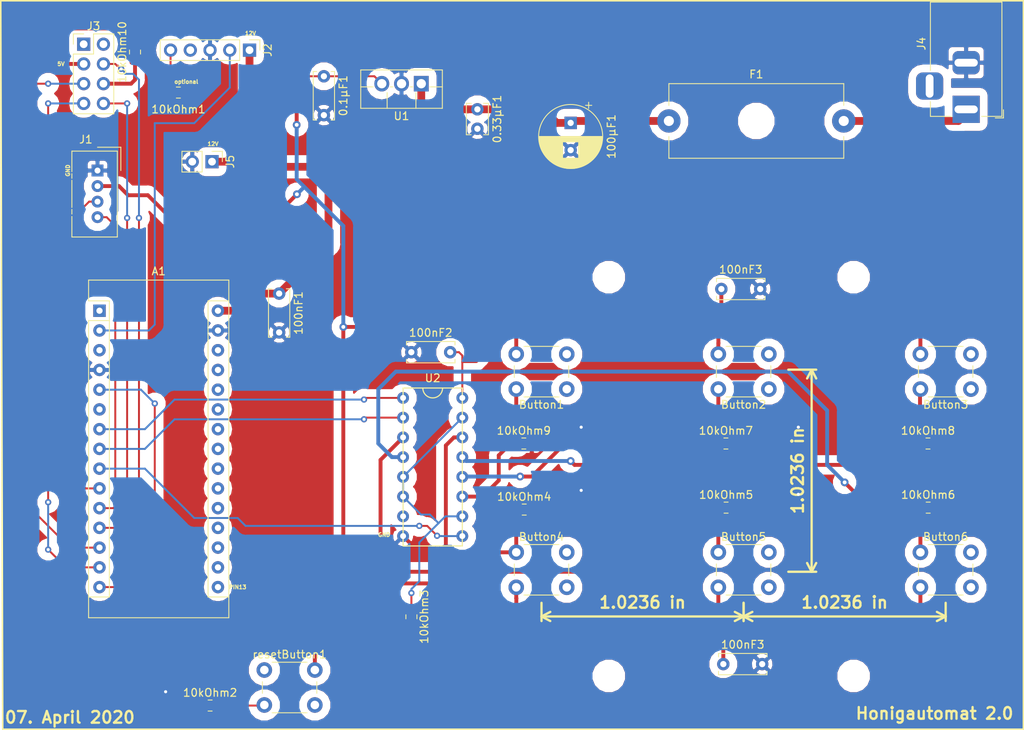
<source format=kicad_pcb>
(kicad_pcb (version 20171130) (host pcbnew "(5.0.2)-1")
  (layers (0 F.Cu signal) (31 B.Cu signal) (34 B.Paste user) (35 F.Paste user) (36 B.SilkS user) (37 F.SilkS user) (38 B.Mask user) (39 F.Mask user) (44 Edge.Cuts user))
  (net 0 "")
  (net 1 GND)
  (net 2 +5V)
  (net 3 +12V)
  (net 4 "Net-(10kOhm1-Pad2)")
  (net 5 "Net-(10kOhm2-Pad2)")
  (net 6 "Net-(10kOhm3-Pad1)")
  (net 7 "Net-(10kOhm4-Pad1)")
  (net 8 "Net-(10kOhm5-Pad1)")
  (net 9 "Net-(10kOhm6-Pad1)")
  (net 10 "Net-(10kOhm7-Pad1)")
  (net 11 "Net-(10kOhm8-Pad1)")
  (net 12 "Net-(10kOhm9-Pad1)")
  (net 13 "Net-(A1-Pad1)")
  (net 14 "Net-(A1-Pad17)")
  (net 15 "Net-(A1-Pad18)")
  (net 16 "Net-(A1-Pad3)")
  (net 17 "Net-(A1-Pad19)")
  (net 18 "Net-(A1-Pad20)")
  (net 19 "Net-(A1-Pad21)")
  (net 20 "Net-(A1-Pad22)")
  (net 21 "Net-(A1-Pad23)")
  (net 22 "Net-(A1-Pad24)")
  (net 23 "Net-(A1-Pad25)")
  (net 24 "Net-(A1-Pad26)")
  (net 25 "Net-(A1-Pad27)")
  (net 26 "Net-(A1-Pad28)")
  (net 27 "Net-(J2-Pad4)")
  (net 28 "Net-(U2-Pad7)")
  (net 29 /12VFused)
  (net 30 /doorRCLK)
  (net 31 "Net-(10kOhm10-Pad1)")
  (net 32 /CoinSerial)
  (net 33 "Net-(A1-Pad6)")
  (net 34 /PISO_SL)
  (net 35 /PISOClock)
  (net 36 /PISOOutput)
  (net 37 /segmentSignal)
  (net 38 /segmentClock)
  (net 39 /doorSER)
  (net 40 /doorSRCLK)
  (net 41 /doorOE)
  (net 42 "Net-(A1-Pad16)")
  (net 43 "Net-(J3-Pad1)")
  (net 44 "Net-(J3-Pad2)")
  (module Connector_PinHeader_2.54mm:PinHeader_2x04_P2.54mm_Vertical (layer F.Cu) (at 69.596 39.624)
    (fp_text reference J3 (at 1.27 -2.33) (layer F.SilkS))
    (fp_text value ConnToDoors)
    (pad 8 thru_hole oval (at 2.54 7.62) (size 1.7 1.7) (drill 1) (layers *.Cu *.Mask) (net 39 /doorSER))
    (pad 7 thru_hole oval (at 0 7.62) (size 1.7 1.7) (drill 1) (layers *.Cu *.Mask) (net 40 /doorSRCLK))
    (pad 6 thru_hole oval (at 2.54 5.08) (size 1.7 1.7) (drill 1) (layers *.Cu *.Mask) (net 31 "Net-(10kOhm10-Pad1)"))
    (pad 5 thru_hole oval (at 0 5.08) (size 1.7 1.7) (drill 1) (layers *.Cu *.Mask) (net 30 /doorRCLK))
    (pad 4 thru_hole oval (at 2.54 2.54) (size 1.7 1.7) (drill 1) (layers *.Cu *.Mask) (net 41 /doorOE))
    (pad 3 thru_hole oval (at 0 2.54) (size 1.7 1.7) (drill 1) (layers *.Cu *.Mask) (net 2 +5V))
    (pad 2 thru_hole oval (at 2.54 0) (size 1.7 1.7) (drill 1) (layers *.Cu *.Mask) (net 44 "Net-(J3-Pad2)"))
    (pad 1 thru_hole rect (at 0 0) (size 1.7 1.7) (drill 1) (layers *.Cu *.Mask) (net 43 "Net-(J3-Pad1)"))
  )
  (module MountingHole:MountingHole_2.2mm_M2_ISO14580 (layer F.Cu) (at 168.656 120.904)
    (fp_text reference "" (at 0 -2.9) (layer F.SilkS))
    (fp_text value MountingHole_2.2mm_M2_ISO14580)
    (pad 1 np_thru_hole circle (at 0 0) (size 2.2 2.2) (drill 2.2) (layers *.Cu *.Mask))
  )
  (module MountingHole:MountingHole_2.2mm_M2_ISO14580 (layer F.Cu) (at 137.16 120.904)
    (fp_text reference "" (at 0 -2.9) (layer F.SilkS))
    (fp_text value MountingHole_2.2mm_M2_ISO14580)
    (pad 1 np_thru_hole circle (at 0 0) (size 2.2 2.2) (drill 2.2) (layers *.Cu *.Mask))
  )
  (module MountingHole:MountingHole_2.2mm_M2_ISO14580 (layer F.Cu) (at 137.16 69.596)
    (fp_text reference "" (at 0 -2.9) (layer F.SilkS))
    (fp_text value MountingHole_2.2mm_M2_ISO14580)
    (pad "" np_thru_hole circle (at 0 0) (size 2.2 2.2) (drill 2.2) (layers *.Cu *.Mask))
  )
  (module Capacitor_THT:C_Disc_D6.0mm_W2.5mm_P5.00mm (layer F.Cu) (at 151.892 119.38)
    (fp_text reference 100nF3 (at 2.5 -2.5) (layer F.SilkS))
    (fp_text value ButtonC)
    (pad 2 thru_hole circle (at 5 0) (size 1.6 1.6) (drill 0.8) (layers *.Cu *.Mask) (net 1 GND))
    (pad 1 thru_hole circle (at 0 0) (size 1.6 1.6) (drill 0.8) (layers *.Cu *.Mask) (net 2 +5V))
  )
  (module Customs:74HC165 (layer F.Cu) (at 114.5 92.75)
    (fp_text reference U2 (at 0 -10.16) (layer F.SilkS))
    (fp_text value 74HC165)
    (pad 1 thru_hole circle (at -3.81 -7.62) (size 1.524 1.524) (drill 0.762) (layers *.Cu *.Mask) (net 34 /PISO_SL))
    (pad 2 thru_hole circle (at -3.81 -5.08) (size 1.524 1.524) (drill 0.762) (layers *.Cu *.Mask) (net 35 /PISOClock))
    (pad 3 thru_hole circle (at -3.81 -2.54) (size 1.524 1.524) (drill 0.762) (layers *.Cu *.Mask) (net 8 "Net-(10kOhm5-Pad1)"))
    (pad 4 thru_hole circle (at -3.81 0) (size 1.524 1.524) (drill 0.762) (layers *.Cu *.Mask) (net 9 "Net-(10kOhm6-Pad1)"))
    (pad 5 thru_hole circle (at -3.81 2.54) (size 1.524 1.524) (drill 0.762) (layers *.Cu *.Mask) (net 6 "Net-(10kOhm3-Pad1)"))
    (pad 6 thru_hole circle (at -3.81 5.08) (size 1.524 1.524) (drill 0.762) (layers *.Cu *.Mask) (net 6 "Net-(10kOhm3-Pad1)"))
    (pad 7 thru_hole circle (at -3.81 7.62) (size 1.524 1.524) (drill 0.762) (layers *.Cu *.Mask) (net 28 "Net-(U2-Pad7)"))
    (pad 8 thru_hole circle (at -3.81 10.16) (size 1.524 1.524) (drill 0.762) (layers *.Cu *.Mask) (net 1 GND))
    (pad 16 thru_hole circle (at 3.81 -7.62) (size 1.524 1.524) (drill 0.762) (layers *.Cu *.Mask) (net 2 +5V))
    (pad 15 thru_hole circle (at 3.81 -5.08) (size 1.524 1.524) (drill 0.762) (layers *.Cu *.Mask) (net 6 "Net-(10kOhm3-Pad1)"))
    (pad 14 thru_hole circle (at 3.81 -2.54) (size 1.524 1.524) (drill 0.762) (layers *.Cu *.Mask) (net 7 "Net-(10kOhm4-Pad1)"))
    (pad 13 thru_hole circle (at 3.81 0) (size 1.524 1.524) (drill 0.762) (layers *.Cu *.Mask) (net 11 "Net-(10kOhm8-Pad1)"))
    (pad 12 thru_hole circle (at 3.81 2.54) (size 1.524 1.524) (drill 0.762) (layers *.Cu *.Mask) (net 10 "Net-(10kOhm7-Pad1)"))
    (pad 11 thru_hole circle (at 3.81 5.08) (size 1.524 1.524) (drill 0.762) (layers *.Cu *.Mask) (net 12 "Net-(10kOhm9-Pad1)"))
    (pad 10 thru_hole circle (at 3.81 7.62) (size 1.524 1.524) (drill 0.762) (layers *.Cu *.Mask) (net 6 "Net-(10kOhm3-Pad1)"))
    (pad 9 thru_hole circle (at 3.81 10.16) (size 1.524 1.524) (drill 0.762) (layers *.Cu *.Mask) (net 36 /PISOOutput))
  )
  (module Capacitor_THT:C_Disc_D6.0mm_W2.5mm_P5.00mm (layer F.Cu) (at 100.5 43.75 270)
    (fp_text reference 0.1µF1 (at 2.5 -2.5 270) (layer F.SilkS))
    (fp_text value VR3)
    (pad 2 thru_hole circle (at 5 0 270) (size 1.6 1.6) (drill 0.8) (layers *.Cu *.Mask) (net 1 GND))
    (pad 1 thru_hole circle (at 0 0 270) (size 1.6 1.6) (drill 0.8) (layers *.Cu *.Mask) (net 2 +5V))
  )
  (module Capacitor_THT:C_Disc_D3.8mm_W2.6mm_P2.50mm (layer F.Cu) (at 120.25 48 270)
    (fp_text reference 0.33µF1 (at 1.25 -2.55 270) (layer F.SilkS))
    (fp_text value VR2)
    (pad 1 thru_hole circle (at 0 0 270) (size 1.6 1.6) (drill 0.8) (layers *.Cu *.Mask) (net 29 /12VFused))
    (pad 2 thru_hole circle (at 2.5 0 270) (size 1.6 1.6) (drill 0.8) (layers *.Cu *.Mask) (net 1 GND))
  )
  (module Capacitor_THT:C_Disc_D6.0mm_W2.5mm_P5.00mm (layer F.Cu) (at 94.742 71.708 270)
    (fp_text reference 100nF1 (at 2.5 -2.5 270) (layer F.SilkS))
    (fp_text value ArduinoDecouple)
    (pad 1 thru_hole circle (at 0 0 270) (size 1.6 1.6) (drill 0.8) (layers *.Cu *.Mask) (net 29 /12VFused))
    (pad 2 thru_hole circle (at 5 0 270) (size 1.6 1.6) (drill 0.8) (layers *.Cu *.Mask) (net 1 GND))
  )
  (module Capacitor_THT:C_Disc_D6.0mm_W2.5mm_P5.00mm (layer F.Cu) (at 111.75 79.25)
    (fp_text reference 100nF2 (at 2.5 -2.5) (layer F.SilkS))
    (fp_text value ButtonDecouple)
    (pad 1 thru_hole circle (at 0 0) (size 1.6 1.6) (drill 0.8) (layers *.Cu *.Mask) (net 1 GND))
    (pad 2 thru_hole circle (at 5 0) (size 1.6 1.6) (drill 0.8) (layers *.Cu *.Mask) (net 2 +5V))
  )
  (module Capacitor_THT:CP_Radial_D8.0mm_P3.50mm (layer F.Cu) (at 132.25 49.75 270)
    (fp_text reference 100µF1 (at 1.75 -5.25 270) (layer F.SilkS))
    (fp_text value VR1)
    (pad 1 thru_hole rect (at 0 0 270) (size 1.6 1.6) (drill 0.8) (layers *.Cu *.Mask) (net 29 /12VFused))
    (pad 2 thru_hole circle (at 3.5 0 270) (size 1.6 1.6) (drill 0.8) (layers *.Cu *.Mask) (net 1 GND))
  )
  (module Resistor_SMD:R_0805_2012Metric_Pad1.15x1.40mm_HandSolder (layer F.Cu) (at 81.779 45.847 180)
    (fp_text reference 10kOhm1 (at -0.009 -2.159 180) (layer F.SilkS))
    (fp_text value CoinInhibitPullDown)
    (pad 2 smd roundrect (at 1.025 0 180) (size 1.15 1.4) (layers F.Cu F.Paste F.Mask) (roundrect_rratio 0.217391) (net 4 "Net-(10kOhm1-Pad2)"))
    (pad 1 smd roundrect (at -1.025 0 180) (size 1.15 1.4) (layers F.Cu F.Paste F.Mask) (roundrect_rratio 0.217391) (net 1 GND))
  )
  (module Resistor_SMD:R_0805_2012Metric_Pad1.15x1.40mm_HandSolder (layer F.Cu) (at 85.861 124.714)
    (fp_text reference 10kOhm2 (at 0 -1.65) (layer F.SilkS))
    (fp_text value ResetPD)
    (pad 2 smd roundrect (at 1.025 0) (size 1.15 1.4) (layers F.Cu F.Paste F.Mask) (roundrect_rratio 0.217391) (net 5 "Net-(10kOhm2-Pad2)"))
    (pad 1 smd roundrect (at -1.025 0) (size 1.15 1.4) (layers F.Cu F.Paste F.Mask) (roundrect_rratio 0.217391) (net 1 GND))
  )
  (module Resistor_SMD:R_0805_2012Metric_Pad1.15x1.40mm_HandSolder (layer F.Cu) (at 111.76 113.293 270)
    (fp_text reference 10kOhm3 (at 0 -1.65 270) (layer F.SilkS))
    (fp_text value R)
    (pad 1 smd roundrect (at -1.025 0 270) (size 1.15 1.4) (layers F.Cu F.Paste F.Mask) (roundrect_rratio 0.217391) (net 6 "Net-(10kOhm3-Pad1)"))
    (pad 2 smd roundrect (at 1.025 0 270) (size 1.15 1.4) (layers F.Cu F.Paste F.Mask) (roundrect_rratio 0.217391) (net 1 GND))
  )
  (module Resistor_SMD:R_0805_2012Metric_Pad1.15x1.40mm_HandSolder (layer F.Cu) (at 126.275 99.5)
    (fp_text reference 10kOhm4 (at 0 -1.65) (layer F.SilkS))
    (fp_text value ButtonR4)
    (pad 1 smd roundrect (at -1.025 0) (size 1.15 1.4) (layers F.Cu F.Paste F.Mask) (roundrect_rratio 0.217391) (net 7 "Net-(10kOhm4-Pad1)"))
    (pad 2 smd roundrect (at 1.025 0) (size 1.15 1.4) (layers F.Cu F.Paste F.Mask) (roundrect_rratio 0.217391) (net 1 GND))
  )
  (module Resistor_SMD:R_0805_2012Metric_Pad1.15x1.40mm_HandSolder (layer F.Cu) (at 152.25 99.25)
    (fp_text reference 10kOhm5 (at 0 -1.65) (layer F.SilkS))
    (fp_text value ButtonR5)
    (pad 1 smd roundrect (at -1.025 0) (size 1.15 1.4) (layers F.Cu F.Paste F.Mask) (roundrect_rratio 0.217391) (net 8 "Net-(10kOhm5-Pad1)"))
    (pad 2 smd roundrect (at 1.025 0) (size 1.15 1.4) (layers F.Cu F.Paste F.Mask) (roundrect_rratio 0.217391) (net 1 GND))
  )
  (module Resistor_SMD:R_0805_2012Metric_Pad1.15x1.40mm_HandSolder (layer F.Cu) (at 178.25 99.25)
    (fp_text reference 10kOhm6 (at 0 -1.65) (layer F.SilkS))
    (fp_text value ButtonR6)
    (pad 2 smd roundrect (at 1.025 0) (size 1.15 1.4) (layers F.Cu F.Paste F.Mask) (roundrect_rratio 0.217391) (net 1 GND))
    (pad 1 smd roundrect (at -1.025 0) (size 1.15 1.4) (layers F.Cu F.Paste F.Mask) (roundrect_rratio 0.217391) (net 9 "Net-(10kOhm6-Pad1)"))
  )
  (module Resistor_SMD:R_0805_2012Metric_Pad1.15x1.40mm_HandSolder (layer F.Cu) (at 152.225 91)
    (fp_text reference 10kOhm7 (at 0 -1.65) (layer F.SilkS))
    (fp_text value ButtonR2)
    (pad 1 smd roundrect (at -1.025 0) (size 1.15 1.4) (layers F.Cu F.Paste F.Mask) (roundrect_rratio 0.217391) (net 10 "Net-(10kOhm7-Pad1)"))
    (pad 2 smd roundrect (at 1.025 0) (size 1.15 1.4) (layers F.Cu F.Paste F.Mask) (roundrect_rratio 0.217391) (net 1 GND))
  )
  (module Resistor_SMD:R_0805_2012Metric_Pad1.15x1.40mm_HandSolder (layer F.Cu) (at 178.225 91)
    (fp_text reference 10kOhm8 (at 0 -1.65) (layer F.SilkS))
    (fp_text value ButtonR3)
    (pad 2 smd roundrect (at 1.025 0) (size 1.15 1.4) (layers F.Cu F.Paste F.Mask) (roundrect_rratio 0.217391) (net 1 GND))
    (pad 1 smd roundrect (at -1.025 0) (size 1.15 1.4) (layers F.Cu F.Paste F.Mask) (roundrect_rratio 0.217391) (net 11 "Net-(10kOhm8-Pad1)"))
  )
  (module Resistor_SMD:R_0805_2012Metric_Pad1.15x1.40mm_HandSolder (layer F.Cu) (at 126.225 91)
    (fp_text reference 10kOhm9 (at 0 -1.65) (layer F.SilkS))
    (fp_text value ButtonR1)
    (pad 1 smd roundrect (at -1.025 0) (size 1.15 1.4) (layers F.Cu F.Paste F.Mask) (roundrect_rratio 0.217391) (net 12 "Net-(10kOhm9-Pad1)"))
    (pad 2 smd roundrect (at 1.025 0) (size 1.15 1.4) (layers F.Cu F.Paste F.Mask) (roundrect_rratio 0.217391) (net 1 GND))
  )
  (module Module:Arduino_Nano (layer F.Cu) (at 71.628 73.914)
    (fp_text reference A1 (at 7.62 -5.08) (layer F.SilkS))
    (fp_text value Arduino_Nano_v3.x)
    (pad 1 thru_hole rect (at 0 0) (size 1.6 1.6) (drill 0.8) (layers *.Cu *.Mask) (net 13 "Net-(A1-Pad1)"))
    (pad 17 thru_hole oval (at 15.24 33.02) (size 1.6 1.6) (drill 0.8) (layers *.Cu *.Mask) (net 14 "Net-(A1-Pad17)"))
    (pad 2 thru_hole oval (at 0 2.54) (size 1.6 1.6) (drill 0.8) (layers *.Cu *.Mask) (net 32 /CoinSerial))
    (pad 18 thru_hole oval (at 15.24 30.48) (size 1.6 1.6) (drill 0.8) (layers *.Cu *.Mask) (net 15 "Net-(A1-Pad18)"))
    (pad 3 thru_hole oval (at 0 5.08) (size 1.6 1.6) (drill 0.8) (layers *.Cu *.Mask) (net 16 "Net-(A1-Pad3)"))
    (pad 19 thru_hole oval (at 15.24 27.94) (size 1.6 1.6) (drill 0.8) (layers *.Cu *.Mask) (net 17 "Net-(A1-Pad19)"))
    (pad 4 thru_hole oval (at 0 7.62) (size 1.6 1.6) (drill 0.8) (layers *.Cu *.Mask) (net 1 GND))
    (pad 20 thru_hole oval (at 15.24 25.4) (size 1.6 1.6) (drill 0.8) (layers *.Cu *.Mask) (net 18 "Net-(A1-Pad20)"))
    (pad 5 thru_hole oval (at 0 10.16) (size 1.6 1.6) (drill 0.8) (layers *.Cu *.Mask) (net 5 "Net-(10kOhm2-Pad2)"))
    (pad 21 thru_hole oval (at 15.24 22.86) (size 1.6 1.6) (drill 0.8) (layers *.Cu *.Mask) (net 19 "Net-(A1-Pad21)"))
    (pad 6 thru_hole oval (at 0 12.7) (size 1.6 1.6) (drill 0.8) (layers *.Cu *.Mask) (net 33 "Net-(A1-Pad6)"))
    (pad 22 thru_hole oval (at 15.24 20.32) (size 1.6 1.6) (drill 0.8) (layers *.Cu *.Mask) (net 20 "Net-(A1-Pad22)"))
    (pad 7 thru_hole oval (at 0 15.24) (size 1.6 1.6) (drill 0.8) (layers *.Cu *.Mask) (net 34 /PISO_SL))
    (pad 23 thru_hole oval (at 15.24 17.78) (size 1.6 1.6) (drill 0.8) (layers *.Cu *.Mask) (net 21 "Net-(A1-Pad23)"))
    (pad 8 thru_hole oval (at 0 17.78) (size 1.6 1.6) (drill 0.8) (layers *.Cu *.Mask) (net 35 /PISOClock))
    (pad 24 thru_hole oval (at 15.24 15.24) (size 1.6 1.6) (drill 0.8) (layers *.Cu *.Mask) (net 22 "Net-(A1-Pad24)"))
    (pad 9 thru_hole oval (at 0 20.32) (size 1.6 1.6) (drill 0.8) (layers *.Cu *.Mask) (net 36 /PISOOutput))
    (pad 25 thru_hole oval (at 15.24 12.7) (size 1.6 1.6) (drill 0.8) (layers *.Cu *.Mask) (net 23 "Net-(A1-Pad25)"))
    (pad 10 thru_hole oval (at 0 22.86) (size 1.6 1.6) (drill 0.8) (layers *.Cu *.Mask) (net 37 /segmentSignal))
    (pad 26 thru_hole oval (at 15.24 10.16) (size 1.6 1.6) (drill 0.8) (layers *.Cu *.Mask) (net 24 "Net-(A1-Pad26)"))
    (pad 11 thru_hole oval (at 0 25.4) (size 1.6 1.6) (drill 0.8) (layers *.Cu *.Mask) (net 38 /segmentClock))
    (pad 27 thru_hole oval (at 15.24 7.62) (size 1.6 1.6) (drill 0.8) (layers *.Cu *.Mask) (net 25 "Net-(A1-Pad27)"))
    (pad 12 thru_hole oval (at 0 27.94) (size 1.6 1.6) (drill 0.8) (layers *.Cu *.Mask) (net 39 /doorSER))
    (pad 28 thru_hole oval (at 15.24 5.08) (size 1.6 1.6) (drill 0.8) (layers *.Cu *.Mask) (net 26 "Net-(A1-Pad28)"))
    (pad 13 thru_hole oval (at 0 30.48) (size 1.6 1.6) (drill 0.8) (layers *.Cu *.Mask) (net 30 /doorRCLK))
    (pad 29 thru_hole oval (at 15.24 2.54) (size 1.6 1.6) (drill 0.8) (layers *.Cu *.Mask) (net 1 GND))
    (pad 14 thru_hole oval (at 0 33.02) (size 1.6 1.6) (drill 0.8) (layers *.Cu *.Mask) (net 40 /doorSRCLK))
    (pad 30 thru_hole oval (at 15.24 0) (size 1.6 1.6) (drill 0.8) (layers *.Cu *.Mask) (net 29 /12VFused))
    (pad 15 thru_hole oval (at 0 35.56) (size 1.6 1.6) (drill 0.8) (layers *.Cu *.Mask) (net 41 /doorOE))
    (pad 16 thru_hole oval (at 15.24 35.56) (size 1.6 1.6) (drill 0.8) (layers *.Cu *.Mask) (net 42 "Net-(A1-Pad16)"))
  )
  (module Button_Switch_THT:SW_PUSH_6mm_H9.5mm (layer F.Cu) (at 131.75 84 180)
    (fp_text reference Button1 (at 3.25 -2 180) (layer F.SilkS))
    (fp_text value SW_DPST_x2)
    (pad 2 thru_hole circle (at 0 4.5 270) (size 2 2) (drill 1.1) (layers *.Cu *.Mask) (net 2 +5V))
    (pad 1 thru_hole circle (at 0 0 270) (size 2 2) (drill 1.1) (layers *.Cu *.Mask) (net 12 "Net-(10kOhm9-Pad1)"))
    (pad 2 thru_hole circle (at 6.5 4.5 270) (size 2 2) (drill 1.1) (layers *.Cu *.Mask) (net 2 +5V))
    (pad 1 thru_hole circle (at 6.5 0 270) (size 2 2) (drill 1.1) (layers *.Cu *.Mask) (net 12 "Net-(10kOhm9-Pad1)"))
  )
  (module Button_Switch_THT:SW_PUSH_6mm_H9.5mm (layer F.Cu) (at 157.75 84 180)
    (fp_text reference Button2 (at 3.25 -2 180) (layer F.SilkS))
    (fp_text value SW_DPST_x2)
    (pad 1 thru_hole circle (at 6.5 0 270) (size 2 2) (drill 1.1) (layers *.Cu *.Mask) (net 10 "Net-(10kOhm7-Pad1)"))
    (pad 2 thru_hole circle (at 6.5 4.5 270) (size 2 2) (drill 1.1) (layers *.Cu *.Mask) (net 2 +5V))
    (pad 1 thru_hole circle (at 0 0 270) (size 2 2) (drill 1.1) (layers *.Cu *.Mask) (net 10 "Net-(10kOhm7-Pad1)"))
    (pad 2 thru_hole circle (at 0 4.5 270) (size 2 2) (drill 1.1) (layers *.Cu *.Mask) (net 2 +5V))
  )
  (module Button_Switch_THT:SW_PUSH_6mm_H9.5mm (layer F.Cu) (at 183.75 84 180)
    (fp_text reference Button3 (at 3.25 -2 180) (layer F.SilkS))
    (fp_text value SW_DPST_x2)
    (pad 2 thru_hole circle (at 0 4.5 270) (size 2 2) (drill 1.1) (layers *.Cu *.Mask) (net 2 +5V))
    (pad 1 thru_hole circle (at 0 0 270) (size 2 2) (drill 1.1) (layers *.Cu *.Mask) (net 11 "Net-(10kOhm8-Pad1)"))
    (pad 2 thru_hole circle (at 6.5 4.5 270) (size 2 2) (drill 1.1) (layers *.Cu *.Mask) (net 2 +5V))
    (pad 1 thru_hole circle (at 6.5 0 270) (size 2 2) (drill 1.1) (layers *.Cu *.Mask) (net 11 "Net-(10kOhm8-Pad1)"))
  )
  (module Button_Switch_THT:SW_PUSH_6mm_H9.5mm (layer F.Cu) (at 125.25 105)
    (fp_text reference Button4 (at 3.25 -2) (layer F.SilkS))
    (fp_text value SW_DPST_x2)
    (pad 1 thru_hole circle (at 6.5 0 90) (size 2 2) (drill 1.1) (layers *.Cu *.Mask) (net 7 "Net-(10kOhm4-Pad1)"))
    (pad 2 thru_hole circle (at 6.5 4.5 90) (size 2 2) (drill 1.1) (layers *.Cu *.Mask) (net 2 +5V))
    (pad 1 thru_hole circle (at 0 0 90) (size 2 2) (drill 1.1) (layers *.Cu *.Mask) (net 7 "Net-(10kOhm4-Pad1)"))
    (pad 2 thru_hole circle (at 0 4.5 90) (size 2 2) (drill 1.1) (layers *.Cu *.Mask) (net 2 +5V))
  )
  (module Button_Switch_THT:SW_PUSH_6mm_H9.5mm (layer F.Cu) (at 151.25 105)
    (fp_text reference Button5 (at 3.25 -2) (layer F.SilkS))
    (fp_text value SW_DPST_x2)
    (pad 2 thru_hole circle (at 0 4.5 90) (size 2 2) (drill 1.1) (layers *.Cu *.Mask) (net 2 +5V))
    (pad 1 thru_hole circle (at 0 0 90) (size 2 2) (drill 1.1) (layers *.Cu *.Mask) (net 8 "Net-(10kOhm5-Pad1)"))
    (pad 2 thru_hole circle (at 6.5 4.5 90) (size 2 2) (drill 1.1) (layers *.Cu *.Mask) (net 2 +5V))
    (pad 1 thru_hole circle (at 6.5 0 90) (size 2 2) (drill 1.1) (layers *.Cu *.Mask) (net 8 "Net-(10kOhm5-Pad1)"))
  )
  (module Button_Switch_THT:SW_PUSH_6mm_H9.5mm (layer F.Cu) (at 177.25 105)
    (fp_text reference Button6 (at 3.25 -2) (layer F.SilkS))
    (fp_text value SW_DPST_x2)
    (pad 2 thru_hole circle (at 0 4.5 90) (size 2 2) (drill 1.1) (layers *.Cu *.Mask) (net 2 +5V))
    (pad 1 thru_hole circle (at 0 0 90) (size 2 2) (drill 1.1) (layers *.Cu *.Mask) (net 9 "Net-(10kOhm6-Pad1)"))
    (pad 2 thru_hole circle (at 6.5 4.5 90) (size 2 2) (drill 1.1) (layers *.Cu *.Mask) (net 2 +5V))
    (pad 1 thru_hole circle (at 6.5 0 90) (size 2 2) (drill 1.1) (layers *.Cu *.Mask) (net 9 "Net-(10kOhm6-Pad1)"))
  )
  (module Fuse:Fuseholder_Cylinder-5x20mm_Schurter_0031_8201_Horizontal_Open (layer F.Cu) (at 144.886 49.5)
    (fp_text reference F1 (at 11.25 -6) (layer F.SilkS))
    (fp_text value Fuse)
    (pad 1 thru_hole circle (at 0 0) (size 3 3) (drill 1.3) (layers *.Cu *.Mask) (net 29 /12VFused))
    (pad 2 thru_hole circle (at 22.5 0) (size 3 3) (drill 1.3) (layers *.Cu *.Mask) (net 3 +12V))
    (pad "" np_thru_hole circle (at 11.25 0) (size 2.7 2.7) (drill 2.7) (layers *.Cu *.Mask))
  )
  (module Connector:NS-Tech_Grove_1x04_P2mm_Vertical (layer F.Cu) (at 71.374 55.88)
    (fp_text reference J1 (at -1.5 -4) (layer F.SilkS))
    (fp_text value SegmentPins)
    (pad 1 thru_hole rect (at 0 0) (size 1.524 1.524) (drill 0.762) (layers *.Cu *.Mask) (net 1 GND))
    (pad 2 thru_hole circle (at 0 2) (size 1.524 1.524) (drill 0.762) (layers *.Cu *.Mask) (net 2 +5V))
    (pad 3 thru_hole circle (at 0 4) (size 1.524 1.524) (drill 0.762) (layers *.Cu *.Mask) (net 37 /segmentSignal))
    (pad 4 thru_hole circle (at 0 6) (size 1.524 1.524) (drill 0.762) (layers *.Cu *.Mask) (net 38 /segmentClock))
  )
  (module Button_Switch_THT:SW_PUSH_6mm_H9.5mm (layer F.Cu) (at 92.837 120.142)
    (fp_text reference resetButton1 (at 3.25 -2) (layer F.SilkS))
    (fp_text value SW_DPST_x2)
    (pad 1 thru_hole circle (at 6.5 0 90) (size 2 2) (drill 1.1) (layers *.Cu *.Mask) (net 2 +5V))
    (pad 2 thru_hole circle (at 6.5 4.5 90) (size 2 2) (drill 1.1) (layers *.Cu *.Mask) (net 5 "Net-(10kOhm2-Pad2)"))
    (pad 1 thru_hole circle (at 0 0 90) (size 2 2) (drill 1.1) (layers *.Cu *.Mask) (net 2 +5V))
    (pad 2 thru_hole circle (at 0 4.5 90) (size 2 2) (drill 1.1) (layers *.Cu *.Mask) (net 5 "Net-(10kOhm2-Pad2)"))
  )
  (module Capacitor_THT:C_Disc_D6.0mm_W2.5mm_P5.00mm (layer F.Cu) (at 151.638 71.12)
    (fp_text reference 100nF3 (at 2.5 -2.5) (layer F.SilkS))
    (fp_text value ButtonC)
    (pad 1 thru_hole circle (at 0 0) (size 1.6 1.6) (drill 0.8) (layers *.Cu *.Mask) (net 2 +5V))
    (pad 2 thru_hole circle (at 5 0) (size 1.6 1.6) (drill 0.8) (layers *.Cu *.Mask) (net 1 GND))
  )
  (module Resistor_SMD:R_0805_2012Metric_Pad1.15x1.40mm_HandSolder (layer F.Cu) (at 76.2 40.631 90)
    (fp_text reference 10kOhm10 (at 0 -1.65 90) (layer F.SilkS))
    (fp_text value DoorClearPullUp)
    (pad 1 smd roundrect (at -1.025 0 90) (size 1.15 1.4) (layers F.Cu F.Paste F.Mask) (roundrect_rratio 0.217391) (net 31 "Net-(10kOhm10-Pad1)"))
    (pad 2 smd roundrect (at 1.025 0 90) (size 1.15 1.4) (layers F.Cu F.Paste F.Mask) (roundrect_rratio 0.217391) (net 2 +5V))
  )
  (module Connector_PinHeader_2.54mm:PinHeader_1x05_P2.54mm_Vertical (layer F.Cu) (at 90.932 40.386 270)
    (fp_text reference J2 (at 0 -2.33 270) (layer F.SilkS))
    (fp_text value CoinPins)
    (pad 1 thru_hole rect (at 0 0 270) (size 1.7 1.7) (drill 1) (layers *.Cu *.Mask) (net 29 /12VFused))
    (pad 2 thru_hole oval (at 0 2.54 270) (size 1.7 1.7) (drill 1) (layers *.Cu *.Mask) (net 32 /CoinSerial))
    (pad 3 thru_hole oval (at 0 5.08 270) (size 1.7 1.7) (drill 1) (layers *.Cu *.Mask) (net 1 GND))
    (pad 4 thru_hole oval (at 0 7.62 270) (size 1.7 1.7) (drill 1) (layers *.Cu *.Mask) (net 27 "Net-(J2-Pad4)"))
    (pad 5 thru_hole oval (at 0 10.16 270) (size 1.7 1.7) (drill 1) (layers *.Cu *.Mask) (net 4 "Net-(10kOhm1-Pad2)"))
  )
  (module Package_TO_SOT_THT:TO-220F-3_Vertical (layer F.Cu) (at 113.03 44.704 180)
    (fp_text reference U1 (at 2.54 -4.1675 180) (layer F.SilkS))
    (fp_text value L7805)
    (pad 1 thru_hole rect (at 0 0 180) (size 1.905 2) (drill 1.2) (layers *.Cu *.Mask) (net 29 /12VFused))
    (pad 2 thru_hole oval (at 2.54 0 180) (size 1.905 2) (drill 1.2) (layers *.Cu *.Mask) (net 1 GND))
    (pad 3 thru_hole oval (at 5.08 0 180) (size 1.905 2) (drill 1.2) (layers *.Cu *.Mask) (net 2 +5V))
  )
  (module MountingHole:MountingHole_2.2mm_M2_ISO14580 (layer F.Cu) (at 168.656 69.596)
    (fp_text reference "" (at 0 -2.9) (layer F.SilkS))
    (fp_text value MountingHole_2.2mm_M2_ISO14580)
    (pad 1 np_thru_hole circle (at 0 0) (size 2.2 2.2) (drill 2.2) (layers *.Cu *.Mask))
  )
  (module Connector_BarrelJack:BarrelJack_Horizontal (layer F.Cu) (at 183.134 48.006 270)
    (fp_text reference J4 (at -8.45 5.75 270) (layer F.SilkS))
    (fp_text value "12V Power")
    (pad 1 thru_hole rect (at 0 0 270) (size 3.5 3.5) (drill oval 1 3) (layers *.Cu *.Mask) (net 3 +12V))
    (pad 2 thru_hole roundrect (at -6 0 270) (size 3 3.5) (drill oval 1 3) (layers *.Cu *.Mask) (net 1 GND))
    (pad 3 thru_hole roundrect (at -3 4.7 270) (size 3.5 3.5) (drill oval 3 1) (layers *.Cu *.Mask))
  )
  (module Connector_PinHeader_2.54mm:PinHeader_1x02_P2.54mm_Vertical (layer F.Cu) (at 86.106 54.737 270)
    (fp_text reference J5 (at 0 -2.33 270) (layer F.SilkS))
    (fp_text value "Power Line")
    (pad 1 thru_hole rect (at 0 0 270) (size 1.7 1.7) (drill 1) (layers *.Cu *.Mask) (net 29 /12VFused))
    (pad 2 thru_hole oval (at 0 2.54 270) (size 1.7 1.7) (drill 1) (layers *.Cu *.Mask) (net 1 GND))
  )
  (gr_text 12V (at 86.233 52.451) (layer F.SilkS) (effects (font (size 0.5 0.5) (thickness 0.125))))
  (gr_text "07. April 2020" (at 67.818 126.238) (layer F.SilkS) (effects (font (size 1.5 1.5) (thickness 0.3))))
  (gr_text "Honigautomat 2.0" (at 179.07 125.73) (layer F.SilkS) (effects (font (size 1.5 1.5) (thickness 0.3))))
  (gr_text optional (at 82.804 44.45) (layer F.SilkS) (effects (font (size 0.5 0.5) (thickness 0.125))))
  (dimension 26 (width 0.3) (layer F.SilkS) (gr_text "26,000 mm" (at 165.355756 94.5 270) (layer F.SilkS) (effects (font (size 1.5 1.5) (thickness 0.3)))) (feature1 (pts (xy 160.255756 107.5) (xy 163.842177 107.5))) (feature2 (pts (xy 160.255756 81.5) (xy 163.842177 81.5))) (crossbar (pts (xy 163.255756 81.5) (xy 163.255756 107.5))) (arrow1a (pts (xy 163.255756 107.5) (xy 162.669335 106.373496))) (arrow1b (pts (xy 163.255756 107.5) (xy 163.842177 106.373496))) (arrow2a (pts (xy 163.255756 81.5) (xy 162.669335 82.626504))) (arrow2b (pts (xy 163.255756 81.5) (xy 163.842177 82.626504))))
  (gr_text GND (at 67.564 55.88 90) (layer F.SilkS) (effects (font (size 0.5 0.5) (thickness 0.125))))
  (gr_text 12V (at 91.059 38.227) (layer F.SilkS) (effects (font (size 0.5 0.5) (thickness 0.125))))
  (gr_text 5V (at 66.675 42.164) (layer F.SilkS) (effects (font (size 0.5 0.5) (thickness 0.125))))
  (gr_text PIN13 (at 89.408 109.474) (layer F.SilkS) (effects (font (size 0.5 0.5) (thickness 0.125))))
  (gr_text GND (at 108.25 102.75) (layer F.SilkS) (effects (font (size 0.5 0.5) (thickness 0.125))))
  (gr_line (start 59.182 127.762) (end 58.928 34.036) (layer F.SilkS) (width 0.2))
  (gr_line (start 190.5 127.762) (end 59.182 127.762) (layer F.SilkS) (width 0.2))
  (gr_line (start 190.5 34.036) (end 190.5 127.762) (layer F.SilkS) (width 0.2))
  (gr_line (start 58.928 34.036) (end 190.5 34.036) (layer F.SilkS) (width 0.2))
  (dimension 26 (width 0.3) (layer F.SilkS) (gr_text "26,000 mm" (at 141.5 115.35) (layer F.SilkS) (effects (font (size 1.5 1.5) (thickness 0.3)))) (feature1 (pts (xy 128.5 111.5) (xy 128.5 113.836421))) (feature2 (pts (xy 154.5 111.5) (xy 154.5 113.836421))) (crossbar (pts (xy 154.5 113.25) (xy 128.5 113.25))) (arrow1a (pts (xy 128.5 113.25) (xy 129.626504 112.663579))) (arrow1b (pts (xy 128.5 113.25) (xy 129.626504 113.836421))) (arrow2a (pts (xy 154.5 113.25) (xy 153.373496 112.663579))) (arrow2b (pts (xy 154.5 113.25) (xy 153.373496 113.836421))))
  (dimension 26 (width 0.3) (layer F.SilkS) (gr_text "26,000 mm" (at 167.5 115.35) (layer F.SilkS) (effects (font (size 1.5 1.5) (thickness 0.3)))) (feature1 (pts (xy 154.5 111.5) (xy 154.5 113.836421))) (feature2 (pts (xy 180.5 111.5) (xy 180.5 113.836421))) (crossbar (pts (xy 180.5 113.25) (xy 154.5 113.25))) (arrow1a (pts (xy 154.5 113.25) (xy 155.626504 112.663579))) (arrow1b (pts (xy 154.5 113.25) (xy 155.626504 113.836421))) (arrow2a (pts (xy 180.5 113.25) (xy 179.373496 112.663579))) (arrow2b (pts (xy 180.5 113.25) (xy 179.373496 113.836421))))
  (via (at 133.604 88.9) (size 0.8) (drill 0.4) (layers F.Cu B.Cu) (net 1))
  (via (at 133.604 97.028) (size 0.8) (drill 0.4) (layers F.Cu B.Cu) (net 1))
  (via (at 161.544 88.9) (size 0.8) (drill 0.4) (layers F.Cu B.Cu) (net 1))
  (via (at 161.544 97.536) (size 0.8) (drill 0.4) (layers F.Cu B.Cu) (net 1))
  (via (at 80.137 122.936) (size 0.8) (drill 0.4) (layers F.Cu B.Cu) (net 1))
  (via (at 97 50) (size 1) (drill 0.5) (layers F.Cu B.Cu) (net 2))
  (segment (start 97 43.75) (end 97 50) (width 0.25) (layer F.Cu) (net 2))
  (segment (start 100.5 43.75) (end 97 43.75) (width 0.25) (layer F.Cu) (net 2))
  (via (at 103 76) (size 1) (drill 0.5) (layers F.Cu B.Cu) (net 2))
  (segment (start 125 76) (end 132 76) (width 0.25) (layer F.Cu) (net 2))
  (segment (start 132 76) (end 151 76) (width 0.25) (layer F.Cu) (net 2))
  (segment (start 158 76) (end 177 76) (width 0.25) (layer F.Cu) (net 2))
  (segment (start 177 115) (end 158 115) (width 0.25) (layer F.Cu) (net 2))
  (segment (start 158 115) (end 152 115) (width 0.25) (layer F.Cu) (net 2))
  (segment (start 132 115) (end 126 115) (width 0.25) (layer F.Cu) (net 2))
  (segment (start 126 115) (end 121 115) (width 0.25) (layer F.Cu) (net 2))
  (segment (start 118.31 84.05237) (end 118.31 85.13) (width 0.25) (layer F.Cu) (net 2))
  (segment (start 117.88137 79.25) (end 118.31 79.67863) (width 0.25) (layer F.Cu) (net 2))
  (segment (start 116.75 79.25) (end 117.88137 79.25) (width 0.25) (layer F.Cu) (net 2))
  (segment (start 105 109) (end 103.632 107.632) (width 0.25) (layer F.Cu) (net 2))
  (segment (start 103.632 107.632) (end 103 107) (width 0.25) (layer F.Cu) (net 2))
  (segment (start 151.638 76) (end 158 76) (width 0.25) (layer F.Cu) (net 2))
  (segment (start 150.876 115) (end 132 115) (width 0.25) (layer F.Cu) (net 2))
  (segment (start 118.31 80.518) (end 120.142 80.518) (width 0.25) (layer F.Cu) (net 2))
  (segment (start 118.31 80.518) (end 118.31 84.05237) (width 0.25) (layer F.Cu) (net 2))
  (segment (start 118.31 79.67863) (end 118.31 80.518) (width 0.25) (layer F.Cu) (net 2))
  (segment (start 120.65 80.01) (end 120.65 76) (width 0.25) (layer F.Cu) (net 2))
  (segment (start 120.142 80.518) (end 120.65 80.01) (width 0.25) (layer F.Cu) (net 2))
  (segment (start 103 76) (end 120.65 76) (width 0.25) (layer F.Cu) (net 2))
  (segment (start 120.65 76) (end 125 76) (width 0.25) (layer F.Cu) (net 2))
  (segment (start 97 43.75) (end 97 38.58) (width 0.25) (layer F.Cu) (net 2))
  (segment (start 97 38.58) (end 96.012 37.592) (width 0.25) (layer F.Cu) (net 2))
  (segment (start 96.012 37.592) (end 76.2 37.592) (width 0.25) (layer F.Cu) (net 2))
  (segment (start 98.044 58.044) (end 97.912 58.044) (width 0.25) (layer B.Cu) (net 2))
  (segment (start 98.044 58.044) (end 103 63) (width 0.25) (layer B.Cu) (net 2))
  (segment (start 97 57) (end 98.044 58.044) (width 0.25) (layer B.Cu) (net 2))
  (via (at 97.028 58.928) (size 1) (drill 0.5) (layers F.Cu B.Cu) (net 2))
  (segment (start 106.996 43.75) (end 107.95 44.704) (width 0.25) (layer F.Cu) (net 2))
  (segment (start 100.5 43.75) (end 106.996 43.75) (width 0.25) (layer F.Cu) (net 2))
  (segment (start 76.2 37.592) (end 67.31 37.592) (width 0.25) (layer F.Cu) (net 2))
  (segment (start 69.596 42.164) (end 67.31 42.164) (width 0.5) (layer F.Cu) (net 2))
  (segment (start 67.31 42.164) (end 66.294 41.148) (width 0.5) (layer F.Cu) (net 2))
  (segment (start 66.294 38.608) (end 67.31 37.592) (width 0.5) (layer F.Cu) (net 2))
  (segment (start 66.294 41.148) (end 66.294 38.608) (width 0.5) (layer F.Cu) (net 2))
  (segment (start 67.31 37.592) (end 96.139 37.592) (width 0.5) (layer F.Cu) (net 2))
  (segment (start 97 38.453) (end 97 38.58) (width 0.5) (layer F.Cu) (net 2))
  (segment (start 96.139 37.592) (end 97 38.453) (width 0.5) (layer F.Cu) (net 2))
  (segment (start 97 47.100002) (end 97 50) (width 0.5) (layer F.Cu) (net 2))
  (segment (start 97 38.453) (end 97 47.100002) (width 0.5) (layer F.Cu) (net 2))
  (segment (start 76.2 37.592) (end 76.2 39.606) (width 0.5) (layer F.Cu) (net 2))
  (segment (start 97 57) (end 103 63) (width 0.5) (layer B.Cu) (net 2))
  (segment (start 97 50) (end 97 57) (width 0.5) (layer B.Cu) (net 2))
  (segment (start 97.912 58.044) (end 97.028 58.928) (width 0.5) (layer B.Cu) (net 2))
  (segment (start 80.899 62.103) (end 77.851 59.055) (width 0.5) (layer F.Cu) (net 2))
  (segment (start 97.028 58.928) (end 93.853 62.103) (width 0.5) (layer F.Cu) (net 2))
  (segment (start 93.853 62.103) (end 80.899 62.103) (width 0.5) (layer F.Cu) (net 2))
  (segment (start 77.851 59.055) (end 75.311 59.055) (width 0.5) (layer F.Cu) (net 2))
  (segment (start 75.311 59.055) (end 74.136 57.88) (width 0.5) (layer F.Cu) (net 2))
  (segment (start 74.136 57.88) (end 71.374 57.88) (width 0.5) (layer F.Cu) (net 2))
  (segment (start 103 63) (end 103 76) (width 0.5) (layer B.Cu) (net 2))
  (segment (start 125.25 76.028) (end 125.222 76) (width 0.5) (layer F.Cu) (net 2))
  (segment (start 125.25 79.5) (end 125.25 76.028) (width 0.5) (layer F.Cu) (net 2))
  (segment (start 103 76) (end 125.222 76) (width 0.5) (layer F.Cu) (net 2))
  (segment (start 125.222 76) (end 177 76) (width 0.5) (layer F.Cu) (net 2))
  (segment (start 151.257 78.078787) (end 151.257 76) (width 0.5) (layer F.Cu) (net 2))
  (segment (start 151.25 78.085787) (end 151.257 78.078787) (width 0.5) (layer F.Cu) (net 2))
  (segment (start 151.25 79.5) (end 151.25 78.085787) (width 0.5) (layer F.Cu) (net 2))
  (segment (start 151 76) (end 151.257 76) (width 0.25) (layer F.Cu) (net 2))
  (segment (start 151.257 76) (end 151.638 76) (width 0.25) (layer F.Cu) (net 2))
  (segment (start 151.638 76) (end 151.638 71.12) (width 0.5) (layer F.Cu) (net 2))
  (segment (start 177.25 76.25) (end 177 76) (width 0.5) (layer F.Cu) (net 2))
  (segment (start 177.25 79.5) (end 177.25 76.25) (width 0.5) (layer F.Cu) (net 2))
  (segment (start 103 76) (end 103 107) (width 0.5) (layer F.Cu) (net 2))
  (segment (start 105 109) (end 114.969 109) (width 0.5) (layer F.Cu) (net 2))
  (segment (start 120.969 115) (end 121 115) (width 0.5) (layer F.Cu) (net 2))
  (segment (start 114.969 109) (end 120.969 115) (width 0.5) (layer F.Cu) (net 2))
  (segment (start 177.25 114.75) (end 177.25 109.5) (width 0.5) (layer F.Cu) (net 2))
  (segment (start 177 115) (end 177.25 114.75) (width 0.5) (layer F.Cu) (net 2))
  (segment (start 151.25 114.993) (end 151.257 115) (width 0.5) (layer F.Cu) (net 2))
  (segment (start 151.25 109.5) (end 151.25 114.993) (width 0.5) (layer F.Cu) (net 2))
  (segment (start 152 115) (end 151.257 115) (width 0.25) (layer F.Cu) (net 2))
  (segment (start 151.257 115) (end 150.876 115) (width 0.25) (layer F.Cu) (net 2))
  (segment (start 125.2601 110.924313) (end 125.2601 115) (width 0.5) (layer F.Cu) (net 2))
  (segment (start 125.25 110.914213) (end 125.2601 110.924313) (width 0.5) (layer F.Cu) (net 2))
  (segment (start 125.25 109.5) (end 125.25 110.914213) (width 0.5) (layer F.Cu) (net 2))
  (segment (start 120.969 115) (end 125.2601 115) (width 0.5) (layer F.Cu) (net 2))
  (segment (start 151.892 119.38) (end 151.892 115) (width 0.5) (layer F.Cu) (net 2))
  (segment (start 125.2601 115) (end 151.892 115) (width 0.5) (layer F.Cu) (net 2))
  (segment (start 151.892 115) (end 177 115) (width 0.5) (layer F.Cu) (net 2))
  (segment (start 99.337 112.943) (end 104.14 108.14) (width 0.5) (layer F.Cu) (net 2))
  (segment (start 99.337 120.142) (end 99.337 112.943) (width 0.5) (layer F.Cu) (net 2))
  (segment (start 103 107) (end 104.14 108.14) (width 0.5) (layer F.Cu) (net 2))
  (segment (start 104.14 108.14) (end 105 109) (width 0.5) (layer F.Cu) (net 2))
  (segment (start 183.134 48.006) (end 183.134 48.514) (width 1) (layer F.Cu) (net 3))
  (segment (start 182.148 49.5) (end 167.386 49.5) (width 1) (layer F.Cu) (net 3))
  (segment (start 183.134 48.514) (end 182.148 49.5) (width 1) (layer F.Cu) (net 3))
  (segment (start 80.772 45.829) (end 80.754 45.847) (width 0.25) (layer F.Cu) (net 4))
  (segment (start 80.772 40.386) (end 80.772 45.829) (width 0.25) (layer F.Cu) (net 4))
  (segment (start 86.886 124.714) (end 86.886 122.446) (width 0.25) (layer F.Cu) (net 5))
  (via (at 78.74 85.852) (size 0.8) (drill 0.4) (layers F.Cu B.Cu) (net 5))
  (segment (start 86.886 122.446) (end 78.74 114.3) (width 0.25) (layer F.Cu) (net 5))
  (segment (start 78.74 114.3) (end 78.74 85.852) (width 0.25) (layer F.Cu) (net 5))
  (segment (start 76.962 84.074) (end 71.628 84.074) (width 0.25) (layer B.Cu) (net 5))
  (segment (start 78.74 85.852) (end 76.962 84.074) (width 0.25) (layer B.Cu) (net 5))
  (segment (start 92.765 124.714) (end 92.837 124.642) (width 0.25) (layer F.Cu) (net 5))
  (segment (start 86.886 124.714) (end 92.765 124.714) (width 0.25) (layer F.Cu) (net 5))
  (segment (start 118.31 100.37) (end 116.13 100.37) (width 0.25) (layer B.Cu) (net 6))
  (segment (start 110.69 97.83) (end 113 100.14) (width 0.25) (layer B.Cu) (net 6))
  (segment (start 114.14 100.14) (end 115.25 101.25) (width 0.25) (layer B.Cu) (net 6))
  (segment (start 113 100.14) (end 114.14 100.14) (width 0.25) (layer B.Cu) (net 6))
  (segment (start 116.13 100.37) (end 115.25 101.25) (width 0.25) (layer B.Cu) (net 6))
  (segment (start 118.31 87.67) (end 112.75 93.23) (width 0.25) (layer B.Cu) (net 6))
  (segment (start 112.75 93.23) (end 110.69 95.29) (width 0.25) (layer B.Cu) (net 6))
  (segment (start 110.69 95.29) (end 110.69 97.83) (width 0.25) (layer B.Cu) (net 6))
  (via (at 111.76 110.236) (size 0.8) (drill 0.4) (layers F.Cu B.Cu) (net 6))
  (segment (start 111.76 110.236) (end 111.76 112.268) (width 0.25) (layer F.Cu) (net 6))
  (segment (start 114.25 102.25) (end 115.25 101.25) (width 0.25) (layer B.Cu) (net 6))
  (segment (start 112.776 103.724) (end 114.25 102.25) (width 0.25) (layer B.Cu) (net 6))
  (segment (start 112.776 108.712) (end 112.776 103.724) (width 0.25) (layer B.Cu) (net 6))
  (segment (start 111.76 110.236) (end 111.76 109.728) (width 0.25) (layer B.Cu) (net 6))
  (segment (start 111.76 109.728) (end 112.776 108.712) (width 0.25) (layer B.Cu) (net 6))
  (segment (start 117 105) (end 125.25 105) (width 0.25) (layer F.Cu) (net 7))
  (segment (start 125.25 105) (end 125.25 99.5) (width 0.5) (layer F.Cu) (net 7))
  (segment (start 125.25 105) (end 117.192 105) (width 0.5) (layer F.Cu) (net 7))
  (segment (start 117 105) (end 116.19237 104.19237) (width 0.5) (layer F.Cu) (net 7))
  (segment (start 116.19237 91.25) (end 117.23237 90.21) (width 0.5) (layer F.Cu) (net 7))
  (segment (start 116.19237 104.19237) (end 116.19237 91.25) (width 0.5) (layer F.Cu) (net 7))
  (segment (start 117.23237 90.21) (end 118.31 90.21) (width 0.5) (layer F.Cu) (net 7))
  (segment (start 107.75 93.15) (end 110.69 90.21) (width 0.25) (layer F.Cu) (net 8))
  (segment (start 107.75 105.25) (end 107.75 93.15) (width 0.25) (layer F.Cu) (net 8))
  (segment (start 151.25 99.275) (end 151.225 99.25) (width 0.5) (layer F.Cu) (net 8))
  (segment (start 151.25 105) (end 151.25 99.275) (width 0.5) (layer F.Cu) (net 8))
  (segment (start 142.3 107.5) (end 110 107.5) (width 0.5) (layer F.Cu) (net 8))
  (segment (start 150.55 99.25) (end 142.3 107.5) (width 0.5) (layer F.Cu) (net 8))
  (segment (start 151.225 99.25) (end 150.55 99.25) (width 0.5) (layer F.Cu) (net 8))
  (segment (start 110 107.5) (end 110 107.46) (width 0.5) (layer F.Cu) (net 8))
  (segment (start 107.79 105.25) (end 107.75 105.25) (width 0.5) (layer F.Cu) (net 8))
  (segment (start 110 107.46) (end 107.79 105.25) (width 0.5) (layer F.Cu) (net 8))
  (segment (start 107.79 93.11) (end 110.69 90.21) (width 0.5) (layer F.Cu) (net 8))
  (segment (start 107.79 105.25) (end 107.79 93.11) (width 0.5) (layer F.Cu) (net 8))
  (via (at 167.5 96) (size 1) (drill 0.5) (layers F.Cu B.Cu) (net 9))
  (segment (start 177.25 99.275) (end 177.225 99.25) (width 0.5) (layer F.Cu) (net 9))
  (segment (start 177.25 105) (end 177.25 99.275) (width 0.5) (layer F.Cu) (net 9))
  (segment (start 175.994 99.25) (end 174.244 97.5) (width 0.5) (layer F.Cu) (net 9))
  (segment (start 177.225 99.25) (end 175.994 99.25) (width 0.5) (layer F.Cu) (net 9))
  (segment (start 169 97.5) (end 167.5 96) (width 0.5) (layer F.Cu) (net 9))
  (segment (start 174.244 97.5) (end 169 97.5) (width 0.5) (layer F.Cu) (net 9))
  (segment (start 165.25 86.75) (end 160.25 81.75) (width 0.5) (layer B.Cu) (net 9))
  (segment (start 167.5 96) (end 165.25 93.75) (width 0.5) (layer B.Cu) (net 9))
  (segment (start 165.25 93.75) (end 165.25 86.75) (width 0.5) (layer B.Cu) (net 9))
  (segment (start 160.25 81.75) (end 109.75 81.75) (width 0.5) (layer B.Cu) (net 9))
  (segment (start 109.75 81.75) (end 107.5 84) (width 0.5) (layer B.Cu) (net 9))
  (segment (start 107.5 91) (end 109.25 92.75) (width 0.5) (layer B.Cu) (net 9))
  (segment (start 107.5 84) (end 107.5 91) (width 0.5) (layer B.Cu) (net 9))
  (segment (start 109.25 92.75) (end 110.69 92.75) (width 0.5) (layer B.Cu) (net 9))
  (via (at 125.75 95.25) (size 1) (drill 0.5) (layers F.Cu B.Cu) (net 10))
  (segment (start 151.25 90.95) (end 151.2 91) (width 0.5) (layer F.Cu) (net 10))
  (segment (start 151.25 84) (end 151.25 90.95) (width 0.5) (layer F.Cu) (net 10))
  (segment (start 151.2 91) (end 131.504 91) (width 0.5) (layer F.Cu) (net 10))
  (segment (start 131.504 91) (end 127.254 95.25) (width 0.5) (layer F.Cu) (net 10))
  (segment (start 127.254 95.25) (end 125.75 95.25) (width 0.5) (layer F.Cu) (net 10))
  (segment (start 118.35 95.25) (end 118.31 95.29) (width 0.5) (layer B.Cu) (net 10))
  (segment (start 125.75 95.25) (end 118.35 95.25) (width 0.5) (layer B.Cu) (net 10))
  (via (at 132.25 93.25) (size 1) (drill 0.5) (layers F.Cu B.Cu) (net 11))
  (segment (start 118.81 93.25) (end 118.31 92.75) (width 0.5) (layer B.Cu) (net 11))
  (segment (start 132.25 93.25) (end 118.81 93.25) (width 0.5) (layer B.Cu) (net 11))
  (segment (start 176.576628 91.623372) (end 177.2 91) (width 0.5) (layer F.Cu) (net 11))
  (segment (start 174.450001 93.749999) (end 176.576628 91.623372) (width 0.5) (layer F.Cu) (net 11))
  (segment (start 132.749999 93.749999) (end 174.450001 93.749999) (width 0.5) (layer F.Cu) (net 11))
  (segment (start 132.25 93.25) (end 132.749999 93.749999) (width 0.5) (layer F.Cu) (net 11))
  (segment (start 177.2 84.05) (end 177.25 84) (width 0.5) (layer F.Cu) (net 11))
  (segment (start 177.2 91) (end 177.2 84.05) (width 0.5) (layer F.Cu) (net 11))
  (segment (start 125.25 90.95) (end 125.2 91) (width 0.5) (layer F.Cu) (net 12))
  (segment (start 125.25 84) (end 125.25 90.95) (width 0.5) (layer F.Cu) (net 12))
  (segment (start 124.525 91) (end 123 92.525) (width 0.5) (layer F.Cu) (net 12))
  (segment (start 125.2 91) (end 124.525 91) (width 0.5) (layer F.Cu) (net 12))
  (segment (start 123 95.75) (end 120.92 97.83) (width 0.5) (layer F.Cu) (net 12))
  (segment (start 123 92.525) (end 123 95.75) (width 0.5) (layer F.Cu) (net 12))
  (segment (start 120.92 97.83) (end 118.31 97.83) (width 0.5) (layer F.Cu) (net 12))
  (segment (start 132.5 49.5) (end 132.25 49.75) (width 1) (layer F.Cu) (net 29))
  (segment (start 141.25 49.5) (end 132.5 49.5) (width 1) (layer F.Cu) (net 29))
  (segment (start 132.25 49.75) (end 130.45 49.75) (width 1) (layer F.Cu) (net 29))
  (segment (start 128.7 48) (end 130.45 49.75) (width 1) (layer F.Cu) (net 29))
  (segment (start 120.25 48) (end 128.7 48) (width 1) (layer F.Cu) (net 29))
  (segment (start 120.25 48) (end 119 48) (width 1) (layer F.Cu) (net 29))
  (segment (start 91.722 55.4) (end 90.932 54.61) (width 1) (layer F.Cu) (net 29))
  (segment (start 90.932 51.816) (end 90.932 40.386) (width 1) (layer F.Cu) (net 29))
  (segment (start 141.25 49.5) (end 144.886 49.5) (width 1) (layer F.Cu) (net 29))
  (segment (start 101.092 55.4) (end 91.722 55.4) (width 1) (layer F.Cu) (net 29))
  (segment (start 101.092 65.358) (end 94.742 71.708) (width 1) (layer F.Cu) (net 29))
  (segment (start 101.092 55.4) (end 101.092 65.358) (width 1) (layer F.Cu) (net 29))
  (segment (start 91.36 71.708) (end 94.742 71.708) (width 1) (layer F.Cu) (net 29))
  (segment (start 86.868 73.914) (end 89.154 73.914) (width 1) (layer F.Cu) (net 29))
  (segment (start 89.154 73.914) (end 91.36 71.708) (width 1) (layer F.Cu) (net 29))
  (segment (start 110 52) (end 113.03 48.97) (width 1) (layer F.Cu) (net 29))
  (segment (start 106 52) (end 110 52) (width 1) (layer F.Cu) (net 29))
  (segment (start 101.092 55.4) (end 102.6 55.4) (width 1) (layer F.Cu) (net 29))
  (segment (start 102.6 55.4) (end 106 52) (width 1) (layer F.Cu) (net 29))
  (segment (start 118.994 48.006) (end 119 48) (width 1) (layer F.Cu) (net 29))
  (segment (start 113.03 48.006) (end 118.994 48.006) (width 1) (layer F.Cu) (net 29))
  (segment (start 113.03 48.006) (end 113.03 44.704) (width 1) (layer F.Cu) (net 29))
  (segment (start 113.03 48.97) (end 113.03 48.006) (width 1) (layer F.Cu) (net 29))
  (segment (start 87.956 54.737) (end 89.154 53.539) (width 1) (layer F.Cu) (net 29))
  (segment (start 86.106 54.737) (end 87.956 54.737) (width 1) (layer F.Cu) (net 29))
  (segment (start 90.86 53.539) (end 90.932 53.467) (width 1) (layer F.Cu) (net 29))
  (segment (start 89.154 53.539) (end 90.86 53.539) (width 1) (layer F.Cu) (net 29))
  (segment (start 90.932 54.61) (end 90.932 53.467) (width 1) (layer F.Cu) (net 29))
  (segment (start 90.932 53.467) (end 90.932 51.816) (width 1) (layer F.Cu) (net 29))
  (segment (start 67.818 104.394) (end 71.628 104.394) (width 0.25) (layer F.Cu) (net 30))
  (segment (start 64.516 101.092) (end 67.818 104.394) (width 0.25) (layer F.Cu) (net 30))
  (segment (start 63.5 45.72) (end 63.5 100.076) (width 0.25) (layer F.Cu) (net 30))
  (segment (start 63.5 100.076) (end 64.516 101.092) (width 0.25) (layer F.Cu) (net 30))
  (via (at 65.024 44.704) (size 0.8) (drill 0.4) (layers F.Cu B.Cu) (net 30))
  (segment (start 69.596 44.704) (end 65.024 44.704) (width 0.25) (layer B.Cu) (net 30))
  (segment (start 65.024 44.704) (end 63.5 44.704) (width 0.25) (layer F.Cu) (net 30))
  (segment (start 63.5 44.704) (end 63.5 45.72) (width 0.25) (layer F.Cu) (net 30))
  (segment (start 76.2 44.196) (end 75.692 44.704) (width 0.5) (layer F.Cu) (net 31))
  (segment (start 76.2 41.656) (end 76.2 44.196) (width 0.5) (layer F.Cu) (net 31))
  (segment (start 75.692 44.704) (end 72.136 44.704) (width 0.5) (layer F.Cu) (net 31))
  (segment (start 77.978 76.454) (end 71.628 76.454) (width 0.25) (layer B.Cu) (net 32))
  (segment (start 78.74 75.692) (end 77.978 76.454) (width 0.25) (layer B.Cu) (net 32))
  (segment (start 78.74 49.784) (end 78.74 75.692) (width 0.25) (layer B.Cu) (net 32))
  (segment (start 83.82 49.784) (end 78.74 49.784) (width 0.25) (layer B.Cu) (net 32))
  (segment (start 88.392 40.386) (end 88.392 45.212) (width 0.25) (layer B.Cu) (net 32))
  (segment (start 88.392 45.212) (end 83.82 49.784) (width 0.25) (layer B.Cu) (net 32))
  (via (at 105.664 85.344) (size 0.8) (drill 0.4) (layers F.Cu B.Cu) (net 34))
  (segment (start 110.69 85.13) (end 105.878 85.13) (width 0.25) (layer F.Cu) (net 34))
  (segment (start 105.878 85.13) (end 105.664 85.344) (width 0.25) (layer F.Cu) (net 34))
  (segment (start 105.664 85.344) (end 81.28 85.344) (width 0.25) (layer B.Cu) (net 34))
  (segment (start 77.47 89.154) (end 71.628 89.154) (width 0.25) (layer B.Cu) (net 34))
  (segment (start 81.28 85.344) (end 77.47 89.154) (width 0.25) (layer B.Cu) (net 34))
  (via (at 105.664 87.884) (size 0.8) (drill 0.4) (layers F.Cu B.Cu) (net 35))
  (segment (start 110.69 87.67) (end 105.878 87.67) (width 0.25) (layer F.Cu) (net 35))
  (segment (start 105.878 87.67) (end 105.664 87.884) (width 0.25) (layer F.Cu) (net 35))
  (segment (start 77.47 91.694) (end 71.628 91.694) (width 0.25) (layer B.Cu) (net 35))
  (segment (start 105.664 87.884) (end 81.28 87.884) (width 0.25) (layer B.Cu) (net 35))
  (segment (start 81.28 87.884) (end 77.47 91.694) (width 0.25) (layer B.Cu) (net 35))
  (segment (start 118.31 102.91) (end 115.61 102.91) (width 0.25) (layer B.Cu) (net 36))
  (via (at 112.776 101.6) (size 0.8) (drill 0.4) (layers F.Cu B.Cu) (net 36))
  (segment (start 77.47 94.234) (end 71.628 94.234) (width 0.25) (layer B.Cu) (net 36))
  (segment (start 83.82 100.584) (end 77.47 94.234) (width 0.25) (layer B.Cu) (net 36))
  (segment (start 89.408 100.584) (end 83.82 100.584) (width 0.25) (layer B.Cu) (net 36))
  (segment (start 112.776 101.6) (end 90.424 101.6) (width 0.25) (layer B.Cu) (net 36))
  (segment (start 90.424 101.6) (end 89.408 100.584) (width 0.25) (layer B.Cu) (net 36))
  (via (at 115.062 102.87) (size 0.8) (drill 0.4) (layers F.Cu B.Cu) (net 36))
  (segment (start 115.61 102.91) (end 115.102 102.91) (width 0.25) (layer B.Cu) (net 36))
  (segment (start 115.102 102.91) (end 115.062 102.87) (width 0.25) (layer B.Cu) (net 36))
  (segment (start 113.792 101.6) (end 112.776 101.6) (width 0.25) (layer F.Cu) (net 36))
  (segment (start 115.062 102.87) (end 113.792 101.6) (width 0.25) (layer F.Cu) (net 36))
  (segment (start 70.29637 59.88) (end 68.58 61.59637) (width 0.25) (layer F.Cu) (net 37))
  (segment (start 71.374 59.88) (end 70.29637 59.88) (width 0.25) (layer F.Cu) (net 37))
  (segment (start 68.58 61.59637) (end 68.58 95.504) (width 0.25) (layer F.Cu) (net 37))
  (segment (start 71.628 96.774) (end 69.85 96.774) (width 0.25) (layer F.Cu) (net 37))
  (segment (start 69.85 96.774) (end 68.58 95.504) (width 0.25) (layer F.Cu) (net 37))
  (segment (start 71.628 99.314) (end 73.406 99.314) (width 0.25) (layer F.Cu) (net 38))
  (segment (start 73.406 99.314) (end 73.66 99.06) (width 0.25) (layer F.Cu) (net 38))
  (segment (start 73.66 99.06) (end 73.66 62.992) (width 0.25) (layer F.Cu) (net 38))
  (segment (start 72.548 61.88) (end 71.374 61.88) (width 0.25) (layer F.Cu) (net 38))
  (segment (start 73.66 62.992) (end 72.548 61.88) (width 0.25) (layer F.Cu) (net 38))
  (via (at 75.184 61.976) (size 0.8) (drill 0.4) (layers F.Cu B.Cu) (net 39))
  (segment (start 75.184 49.276) (end 75.184 61.976) (width 0.25) (layer B.Cu) (net 39))
  (segment (start 75.184 61.976) (end 75.184 101.092) (width 0.25) (layer F.Cu) (net 39))
  (segment (start 74.422 101.854) (end 71.628 101.854) (width 0.25) (layer F.Cu) (net 39))
  (segment (start 75.184 101.092) (end 74.422 101.854) (width 0.25) (layer F.Cu) (net 39))
  (via (at 75.184 47.244) (size 0.8) (drill 0.4) (layers F.Cu B.Cu) (net 39))
  (segment (start 72.136 47.244) (end 75.184 47.244) (width 0.25) (layer F.Cu) (net 39))
  (segment (start 75.184 47.244) (end 75.184 49.276) (width 0.25) (layer B.Cu) (net 39))
  (via (at 65.024 98.552) (size 0.8) (drill 0.4) (layers F.Cu B.Cu) (net 40))
  (via (at 65.024 104.648) (size 0.8) (drill 0.4) (layers F.Cu B.Cu) (net 40))
  (segment (start 65.024 98.552) (end 65.024 104.648) (width 0.25) (layer B.Cu) (net 40))
  (segment (start 67.31 106.934) (end 71.628 106.934) (width 0.25) (layer F.Cu) (net 40))
  (segment (start 65.024 104.648) (end 67.31 106.934) (width 0.25) (layer F.Cu) (net 40))
  (via (at 65.024 47.244) (size 0.8) (drill 0.4) (layers F.Cu B.Cu) (net 40))
  (segment (start 69.596 47.244) (end 65.024 47.244) (width 0.25) (layer B.Cu) (net 40))
  (segment (start 65.024 49.55374) (end 65.024 98.552) (width 0.25) (layer F.Cu) (net 40))
  (segment (start 65.024 47.244) (end 65.024 49.55374) (width 0.25) (layer F.Cu) (net 40))
  (via (at 76.708 61.976) (size 0.8) (drill 0.4) (layers F.Cu B.Cu) (net 41))
  (segment (start 74.93 109.474) (end 71.628 109.474) (width 0.25) (layer F.Cu) (net 41))
  (segment (start 75.438 109.474) (end 74.93 109.474) (width 0.25) (layer F.Cu) (net 41))
  (segment (start 76.708 61.976) (end 76.708 108.204) (width 0.25) (layer F.Cu) (net 41))
  (segment (start 76.708 108.204) (end 75.438 109.474) (width 0.25) (layer F.Cu) (net 41))
  (segment (start 72.136 42.164) (end 73.66 42.164) (width 0.25) (layer F.Cu) (net 41))
  (segment (start 76.708 44.196) (end 76.708 61.976) (width 0.25) (layer B.Cu) (net 41))
  (segment (start 74.93 43.434) (end 75.946 43.434) (width 0.25) (layer B.Cu) (net 41))
  (segment (start 75.946 43.434) (end 76.708 44.196) (width 0.25) (layer B.Cu) (net 41))
  (via (at 74.422 42.799) (size 0.8) (drill 0.4) (layers F.Cu B.Cu) (net 41))
  (segment (start 74.93 43.434) (end 74.93 43.307) (width 0.25) (layer B.Cu) (net 41))
  (segment (start 74.93 43.307) (end 74.422 42.799) (width 0.25) (layer B.Cu) (net 41))
  (segment (start 73.895001 42.399001) (end 73.66 42.164) (width 0.25) (layer F.Cu) (net 41))
  (segment (start 74.022001 42.399001) (end 73.895001 42.399001) (width 0.25) (layer F.Cu) (net 41))
  (segment (start 74.422 42.799) (end 74.022001 42.399001) (width 0.25) (layer F.Cu) (net 41))
  (zone (net 1) (net_name GND) (layer F.Cu) (connect_pads (clearance 1)) (min_thickness 0.254) (fill yes (arc_segments 16) (thermal_gap 0.508) (thermal_bridge_width 0.508))
    (polygon (pts (xy 58.928 34.036) (xy 59.182 127.762) (xy 190.5 127.762) (xy 190.5 34.036)))
  )
  (zone (net 1) (net_name GND) (layer B.Cu) (connect_pads (clearance 1)) (min_thickness 0.254) (fill yes (arc_segments 16) (thermal_gap 0.508) (thermal_bridge_width 0.508))
    (polygon (pts (xy 190.5 34.036) (xy 190.5 127.762) (xy 59.182 127.762) (xy 58.928 34.036)))
  )
)
</source>
